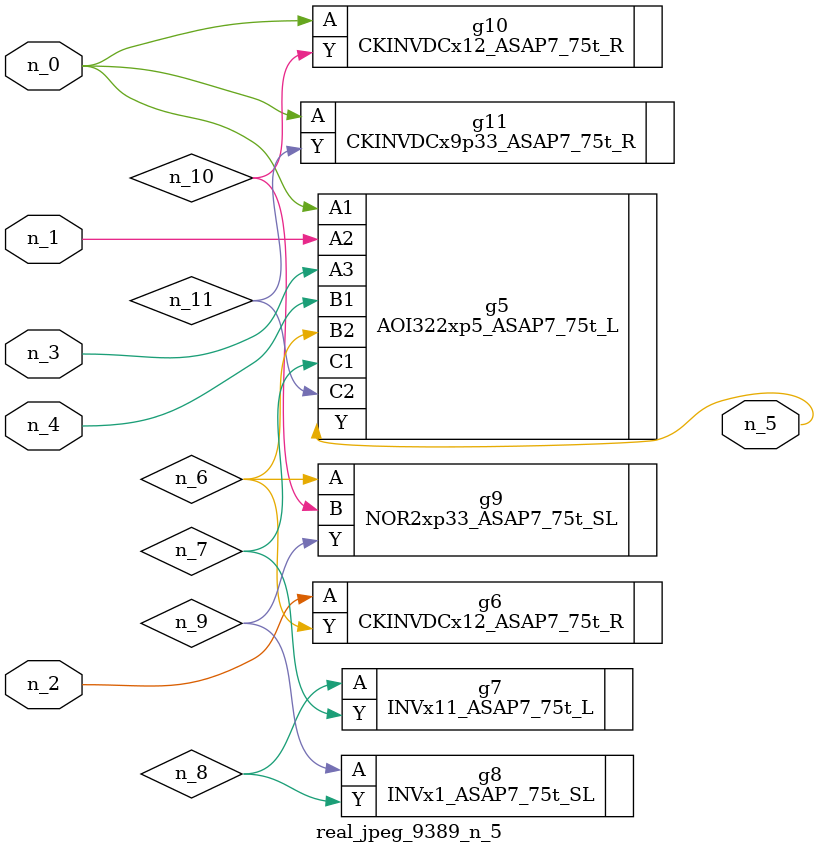
<source format=v>
module real_jpeg_9389_n_5 (n_4, n_0, n_1, n_2, n_3, n_5);

input n_4;
input n_0;
input n_1;
input n_2;
input n_3;

output n_5;

wire n_8;
wire n_11;
wire n_6;
wire n_7;
wire n_10;
wire n_9;

AOI322xp5_ASAP7_75t_L g5 ( 
.A1(n_0),
.A2(n_1),
.A3(n_3),
.B1(n_4),
.B2(n_6),
.C1(n_7),
.C2(n_11),
.Y(n_5)
);

CKINVDCx12_ASAP7_75t_R g10 ( 
.A(n_0),
.Y(n_10)
);

CKINVDCx9p33_ASAP7_75t_R g11 ( 
.A(n_0),
.Y(n_11)
);

CKINVDCx12_ASAP7_75t_R g6 ( 
.A(n_2),
.Y(n_6)
);

NOR2xp33_ASAP7_75t_SL g9 ( 
.A(n_6),
.B(n_10),
.Y(n_9)
);

INVx11_ASAP7_75t_L g7 ( 
.A(n_8),
.Y(n_7)
);

INVx1_ASAP7_75t_SL g8 ( 
.A(n_9),
.Y(n_8)
);


endmodule
</source>
